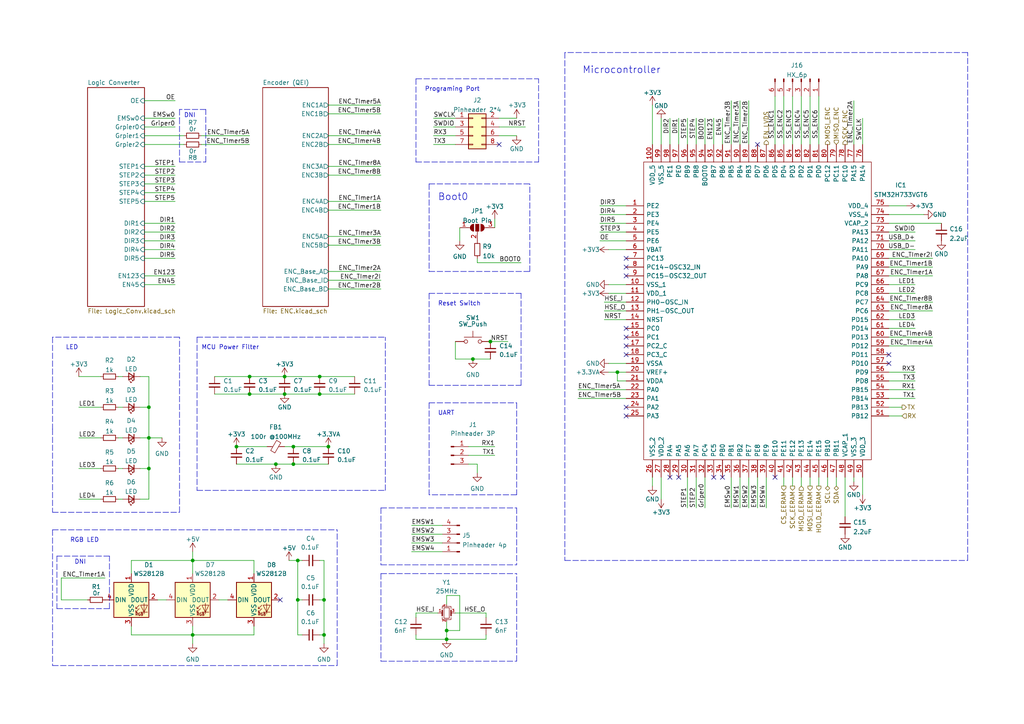
<source format=kicad_sch>
(kicad_sch (version 20211123) (generator eeschema)
  (paper "A4")
  (junction (at 93.98 173.99))
  (junction (at 137.16 104.14))
  (junction (at 129.54 185.42))
  (junction (at 80.01 134.62))
  (junction (at 68.58 129.54))
  (junction (at 55.88 162.56))
  (junction (at 92.71 114.3))
  (junction (at 55.88 184.15))
  (junction (at 86.36 173.99))
  (junction (at 43.18 127))
  (junction (at 93.98 184.15))
  (junction (at 43.18 135.89))
  (junction (at 82.55 114.3))
  (junction (at 85.09 129.54))
  (junction (at 43.18 118.11))
  (junction (at 86.36 162.56))
  (junction (at 72.39 114.3))
  (junction (at 92.71 109.22))
  (junction (at 142.24 99.06))
  (junction (at 85.09 134.62))
  (junction (at 129.54 182.88))
  (junction (at 95.25 129.54))
  (junction (at 179.07 107.95))
  (junction (at 72.39 109.22))
  (junction (at 82.55 109.22))
  (no_connect (at 209.55 138.43))
  (no_connect (at 207.01 138.43))
  (no_connect (at 219.71 41.91))
  (no_connect (at 181.61 118.11))
  (no_connect (at 181.61 120.65))
  (no_connect (at 81.28 173.99))
  (no_connect (at 181.61 95.25))
  (no_connect (at 181.61 97.79))
  (no_connect (at 181.61 74.93))
  (no_connect (at 181.61 80.01))
  (no_connect (at 181.61 77.47))
  (no_connect (at 181.61 100.33))
  (no_connect (at 181.61 102.87))
  (no_connect (at 224.79 138.43))
  (no_connect (at 196.85 138.43))
  (no_connect (at 194.31 138.43))
  (no_connect (at 144.78 41.91))
  (no_connect (at 257.81 102.87))
  (no_connect (at 257.81 105.41))
  (polyline (pts (xy 110.49 166.37) (xy 110.49 191.77)))
  (polyline (pts (xy 57.15 97.79) (xy 111.76 97.79)))
  (wire (pts (xy 140.97 177.8) (xy 140.97 179.07)))
  (wire (pts (xy 95.25 30.48) (xy 110.49 30.48)))
  (polyline (pts (xy 15.24 153.67) (xy 97.79 153.67)))
  (wire (pts (xy 257.81 107.95) (xy 265.43 107.95)))
  (wire (pts (xy 240.03 138.43) (xy 240.03 140.97)))
  (wire (pts (xy 72.39 109.22) (xy 82.55 109.22)))
  (polyline (pts (xy 59.69 46.99) (xy 59.69 31.75)))
  (wire (pts (xy 93.98 173.99) (xy 93.98 184.15)))
  (wire (pts (xy 179.07 110.49) (xy 181.61 110.49)))
  (polyline (pts (xy 57.15 142.24) (xy 111.76 142.24)))
  (polyline (pts (xy 280.67 162.56) (xy 280.67 15.24)))
  (wire (pts (xy 41.91 64.77) (xy 50.8 64.77)))
  (wire (pts (xy 41.91 50.8) (xy 50.8 50.8)))
  (wire (pts (xy 68.58 134.62) (xy 80.01 134.62)))
  (wire (pts (xy 199.39 34.29) (xy 199.39 41.91)))
  (wire (pts (xy 232.41 27.94) (xy 232.41 41.91)))
  (wire (pts (xy 95.25 68.58) (xy 110.49 68.58)))
  (wire (pts (xy 80.01 134.62) (xy 85.09 134.62)))
  (wire (pts (xy 34.29 144.78) (xy 35.56 144.78)))
  (wire (pts (xy 137.16 104.14) (xy 142.24 104.14)))
  (wire (pts (xy 133.35 182.88) (xy 129.54 182.88)))
  (wire (pts (xy 85.09 129.54) (xy 95.25 129.54)))
  (wire (pts (xy 189.23 138.43) (xy 189.23 140.97)))
  (wire (pts (xy 257.81 100.33) (xy 270.51 100.33)))
  (wire (pts (xy 242.57 138.43) (xy 242.57 140.97)))
  (wire (pts (xy 82.55 109.22) (xy 92.71 109.22)))
  (wire (pts (xy 43.18 109.22) (xy 43.18 118.11)))
  (wire (pts (xy 22.86 109.22) (xy 29.21 109.22)))
  (polyline (pts (xy 16.51 161.29) (xy 16.51 176.53)))
  (wire (pts (xy 257.81 69.85) (xy 265.43 69.85)))
  (wire (pts (xy 167.64 113.03) (xy 181.61 113.03)))
  (polyline (pts (xy 59.69 31.75) (xy 52.07 31.75)))
  (wire (pts (xy 41.91 34.29) (xy 50.8 34.29)))
  (wire (pts (xy 34.29 127) (xy 35.56 127)))
  (wire (pts (xy 43.18 135.89) (xy 43.18 144.78)))
  (wire (pts (xy 86.36 162.56) (xy 86.36 173.99)))
  (polyline (pts (xy 15.24 124.46) (xy 15.24 148.59)))
  (wire (pts (xy 43.18 127) (xy 43.18 135.89)))
  (wire (pts (xy 189.23 30.48) (xy 189.23 41.91)))
  (wire (pts (xy 135.89 129.54) (xy 143.51 129.54)))
  (polyline (pts (xy 149.86 143.51) (xy 124.46 143.51)))
  (wire (pts (xy 43.18 127) (xy 46.99 127)))
  (wire (pts (xy 173.99 64.77) (xy 181.61 64.77)))
  (wire (pts (xy 41.91 74.93) (xy 50.8 74.93)))
  (wire (pts (xy 194.31 34.29) (xy 194.31 41.91)))
  (wire (pts (xy 176.53 82.55) (xy 181.61 82.55)))
  (polyline (pts (xy 124.46 116.84) (xy 149.86 116.84)))
  (wire (pts (xy 237.49 138.43) (xy 237.49 140.97)))
  (wire (pts (xy 87.63 162.56) (xy 86.36 162.56)))
  (wire (pts (xy 132.08 104.14) (xy 137.16 104.14)))
  (wire (pts (xy 217.17 29.21) (xy 217.17 41.91)))
  (wire (pts (xy 125.73 41.91) (xy 132.08 41.91)))
  (wire (pts (xy 257.81 80.01) (xy 270.51 80.01)))
  (wire (pts (xy 43.18 118.11) (xy 43.18 127)))
  (polyline (pts (xy 124.46 85.09) (xy 124.46 111.76)))
  (wire (pts (xy 173.99 62.23) (xy 181.61 62.23)))
  (wire (pts (xy 34.29 135.89) (xy 35.56 135.89)))
  (wire (pts (xy 133.35 69.85) (xy 133.35 66.04)))
  (polyline (pts (xy 120.65 46.99) (xy 156.21 46.99)))
  (wire (pts (xy 234.95 138.43) (xy 234.95 140.97)))
  (wire (pts (xy 196.85 34.29) (xy 196.85 41.91)))
  (wire (pts (xy 257.81 92.71) (xy 265.43 92.71)))
  (wire (pts (xy 119.38 160.02) (xy 128.27 160.02)))
  (wire (pts (xy 257.81 77.47) (xy 270.51 77.47)))
  (polyline (pts (xy 111.76 142.24) (xy 111.76 97.79)))
  (wire (pts (xy 22.86 118.11) (xy 29.21 118.11)))
  (wire (pts (xy 17.78 173.99) (xy 25.4 173.99)))
  (wire (pts (xy 95.25 81.28) (xy 110.49 81.28)))
  (wire (pts (xy 41.91 29.21) (xy 50.8 29.21)))
  (wire (pts (xy 40.64 118.11) (xy 43.18 118.11)))
  (wire (pts (xy 95.25 60.96) (xy 110.49 60.96)))
  (wire (pts (xy 129.54 182.88) (xy 129.54 180.34)))
  (wire (pts (xy 58.42 41.91) (xy 72.39 41.91)))
  (wire (pts (xy 73.66 166.37) (xy 73.66 162.56)))
  (wire (pts (xy 62.23 109.22) (xy 72.39 109.22)))
  (wire (pts (xy 257.81 59.69) (xy 262.89 59.69)))
  (polyline (pts (xy 163.83 162.56) (xy 280.67 162.56)))
  (wire (pts (xy 95.25 48.26) (xy 110.49 48.26)))
  (wire (pts (xy 229.87 27.94) (xy 229.87 41.91)))
  (wire (pts (xy 93.98 186.69) (xy 93.98 184.15)))
  (wire (pts (xy 62.23 114.3) (xy 72.39 114.3)))
  (wire (pts (xy 257.81 82.55) (xy 265.43 82.55)))
  (wire (pts (xy 257.81 67.31) (xy 265.43 67.31)))
  (polyline (pts (xy 120.65 22.86) (xy 156.21 22.86)))
  (wire (pts (xy 179.07 107.95) (xy 181.61 107.95)))
  (wire (pts (xy 41.91 41.91) (xy 53.34 41.91)))
  (wire (pts (xy 38.1 181.61) (xy 38.1 184.15)))
  (wire (pts (xy 41.91 39.37) (xy 53.34 39.37)))
  (wire (pts (xy 247.65 138.43) (xy 247.65 139.7)))
  (wire (pts (xy 41.91 55.88) (xy 50.8 55.88)))
  (wire (pts (xy 132.08 99.06) (xy 132.08 104.14)))
  (wire (pts (xy 224.79 27.94) (xy 224.79 41.91)))
  (wire (pts (xy 40.64 135.89) (xy 43.18 135.89)))
  (wire (pts (xy 132.08 177.8) (xy 140.97 177.8)))
  (wire (pts (xy 95.25 39.37) (xy 110.49 39.37)))
  (wire (pts (xy 201.93 138.43) (xy 201.93 147.32)))
  (wire (pts (xy 17.78 167.64) (xy 17.78 173.99)))
  (wire (pts (xy 144.78 34.29) (xy 149.86 34.29)))
  (wire (pts (xy 257.81 97.79) (xy 270.51 97.79)))
  (polyline (pts (xy 120.65 22.86) (xy 120.65 46.99)))
  (polyline (pts (xy 280.67 15.24) (xy 163.83 15.24)))
  (wire (pts (xy 175.26 90.17) (xy 181.61 90.17)))
  (wire (pts (xy 179.07 107.95) (xy 179.07 110.49)))
  (wire (pts (xy 95.25 78.74) (xy 110.49 78.74)))
  (wire (pts (xy 173.99 69.85) (xy 181.61 69.85)))
  (polyline (pts (xy 124.46 53.34) (xy 153.67 53.34)))
  (wire (pts (xy 55.88 184.15) (xy 73.66 184.15)))
  (wire (pts (xy 95.25 41.91) (xy 110.49 41.91)))
  (polyline (pts (xy 31.75 161.29) (xy 16.51 161.29)))
  (wire (pts (xy 125.73 36.83) (xy 132.08 36.83)))
  (wire (pts (xy 34.29 109.22) (xy 35.56 109.22)))
  (wire (pts (xy 257.81 110.49) (xy 265.43 110.49)))
  (wire (pts (xy 83.82 162.56) (xy 86.36 162.56)))
  (polyline (pts (xy 52.07 97.79) (xy 15.24 97.79)))
  (wire (pts (xy 167.64 115.57) (xy 181.61 115.57)))
  (wire (pts (xy 227.33 138.43) (xy 227.33 140.97)))
  (wire (pts (xy 55.88 160.02) (xy 55.88 162.56)))
  (wire (pts (xy 232.41 138.43) (xy 232.41 140.97)))
  (wire (pts (xy 73.66 162.56) (xy 55.88 162.56)))
  (wire (pts (xy 93.98 184.15) (xy 92.71 184.15)))
  (wire (pts (xy 222.25 138.43) (xy 222.25 147.32)))
  (wire (pts (xy 82.55 114.3) (xy 92.71 114.3)))
  (wire (pts (xy 138.43 76.2) (xy 138.43 74.93)))
  (wire (pts (xy 250.19 34.29) (xy 250.19 41.91)))
  (wire (pts (xy 86.36 173.99) (xy 86.36 184.15)))
  (wire (pts (xy 176.53 85.09) (xy 181.61 85.09)))
  (wire (pts (xy 38.1 166.37) (xy 38.1 162.56)))
  (wire (pts (xy 41.91 69.85) (xy 50.8 69.85)))
  (wire (pts (xy 140.97 184.15) (xy 140.97 185.42)))
  (wire (pts (xy 257.81 95.25) (xy 265.43 95.25)))
  (polyline (pts (xy 163.83 15.24) (xy 163.83 162.56)))
  (polyline (pts (xy 31.75 176.53) (xy 29.21 176.53)))
  (polyline (pts (xy 15.24 193.04) (xy 97.79 193.04)))
  (wire (pts (xy 176.53 72.39) (xy 181.61 72.39)))
  (polyline (pts (xy 15.24 97.79) (xy 15.24 124.46)))
  (wire (pts (xy 227.33 27.94) (xy 227.33 41.91)))
  (wire (pts (xy 138.43 134.62) (xy 138.43 137.16)))
  (polyline (pts (xy 52.07 31.75) (xy 52.07 34.29)))
  (wire (pts (xy 22.86 135.89) (xy 29.21 135.89)))
  (wire (pts (xy 119.38 152.4) (xy 128.27 152.4)))
  (wire (pts (xy 55.88 181.61) (xy 55.88 184.15)))
  (wire (pts (xy 247.65 29.21) (xy 247.65 41.91)))
  (polyline (pts (xy 15.24 148.59) (xy 52.07 148.59)))
  (wire (pts (xy 41.91 36.83) (xy 50.8 36.83)))
  (wire (pts (xy 204.47 138.43) (xy 204.47 147.32)))
  (wire (pts (xy 55.88 184.15) (xy 55.88 186.69)))
  (wire (pts (xy 257.81 115.57) (xy 265.43 115.57)))
  (wire (pts (xy 229.87 138.43) (xy 229.87 140.97)))
  (polyline (pts (xy 57.15 97.79) (xy 57.15 142.24)))
  (wire (pts (xy 58.42 39.37) (xy 72.39 39.37)))
  (polyline (pts (xy 110.49 147.32) (xy 149.86 147.32)))
  (wire (pts (xy 135.89 134.62) (xy 138.43 134.62)))
  (wire (pts (xy 41.91 80.01) (xy 50.8 80.01)))
  (wire (pts (xy 191.77 138.43) (xy 191.77 144.78)))
  (wire (pts (xy 257.81 85.09) (xy 265.43 85.09)))
  (wire (pts (xy 135.89 132.08) (xy 143.51 132.08)))
  (polyline (pts (xy 156.21 46.99) (xy 156.21 22.86)))
  (polyline (pts (xy 16.51 176.53) (xy 29.21 176.53)))
  (wire (pts (xy 125.73 34.29) (xy 132.08 34.29)))
  (wire (pts (xy 92.71 114.3) (xy 102.87 114.3)))
  (wire (pts (xy 93.98 162.56) (xy 93.98 173.99)))
  (polyline (pts (xy 52.07 46.99) (xy 59.69 46.99)))
  (wire (pts (xy 45.72 173.99) (xy 48.26 173.99)))
  (wire (pts (xy 257.81 72.39) (xy 265.43 72.39)))
  (wire (pts (xy 144.78 36.83) (xy 152.4 36.83)))
  (wire (pts (xy 120.65 184.15) (xy 120.65 185.42)))
  (wire (pts (xy 212.09 29.21) (xy 212.09 41.91)))
  (wire (pts (xy 120.65 185.42) (xy 129.54 185.42)))
  (wire (pts (xy 257.81 74.93) (xy 270.51 74.93)))
  (wire (pts (xy 119.38 154.94) (xy 128.27 154.94)))
  (wire (pts (xy 217.17 138.43) (xy 217.17 147.32)))
  (polyline (pts (xy 124.46 111.76) (xy 151.13 111.76)))
  (wire (pts (xy 63.5 173.99) (xy 66.04 173.99)))
  (wire (pts (xy 175.26 87.63) (xy 181.61 87.63)))
  (wire (pts (xy 257.81 64.77) (xy 273.05 64.77)))
  (wire (pts (xy 41.91 67.31) (xy 50.8 67.31)))
  (wire (pts (xy 176.53 107.95) (xy 179.07 107.95)))
  (polyline (pts (xy 149.86 116.84) (xy 149.86 143.51)))
  (wire (pts (xy 41.91 82.55) (xy 50.8 82.55)))
  (wire (pts (xy 237.49 27.94) (xy 237.49 41.91)))
  (wire (pts (xy 175.26 92.71) (xy 181.61 92.71)))
  (wire (pts (xy 257.81 62.23) (xy 267.97 62.23)))
  (wire (pts (xy 119.38 157.48) (xy 128.27 157.48)))
  (wire (pts (xy 93.98 173.99) (xy 92.71 173.99)))
  (wire (pts (xy 142.24 99.06) (xy 147.32 99.06)))
  (wire (pts (xy 214.63 29.21) (xy 214.63 41.91)))
  (wire (pts (xy 92.71 162.56) (xy 93.98 162.56)))
  (wire (pts (xy 257.81 87.63) (xy 270.51 87.63)))
  (wire (pts (xy 207.01 34.29) (xy 207.01 41.91)))
  (wire (pts (xy 143.51 66.04) (xy 143.51 63.5)))
  (wire (pts (xy 257.81 120.65) (xy 261.62 120.65)))
  (wire (pts (xy 245.11 138.43) (xy 245.11 149.86)))
  (wire (pts (xy 95.25 71.12) (xy 110.49 71.12)))
  (wire (pts (xy 41.91 53.34) (xy 50.8 53.34)))
  (wire (pts (xy 234.95 27.94) (xy 234.95 41.91)))
  (wire (pts (xy 82.55 129.54) (xy 85.09 129.54)))
  (wire (pts (xy 40.64 109.22) (xy 43.18 109.22)))
  (wire (pts (xy 22.86 144.78) (xy 29.21 144.78)))
  (wire (pts (xy 55.88 162.56) (xy 55.88 166.37)))
  (polyline (pts (xy 15.24 153.67) (xy 15.24 193.04)))
  (wire (pts (xy 204.47 34.29) (xy 204.47 41.91)))
  (wire (pts (xy 144.78 39.37) (xy 149.86 39.37)))
  (wire (pts (xy 95.25 50.8) (xy 110.49 50.8)))
  (wire (pts (xy 201.93 34.29) (xy 201.93 41.91)))
  (wire (pts (xy 73.66 184.15) (xy 73.66 181.61)))
  (wire (pts (xy 95.25 58.42) (xy 110.49 58.42)))
  (wire (pts (xy 86.36 184.15) (xy 87.63 184.15)))
  (polyline (pts (xy 52.07 34.29) (xy 52.07 46.99)))
  (wire (pts (xy 85.09 134.62) (xy 95.25 134.62)))
  (wire (pts (xy 125.73 39.37) (xy 132.08 39.37)))
  (wire (pts (xy 129.54 182.88) (xy 129.54 185.42)))
  (wire (pts (xy 191.77 34.29) (xy 191.77 41.91)))
  (polyline (pts (xy 31.75 176.53) (xy 31.75 161.29)))
  (polyline (pts (xy 124.46 78.74) (xy 153.67 78.74)))
  (wire (pts (xy 38.1 184.15) (xy 55.88 184.15)))
  (wire (pts (xy 30.48 167.64) (xy 17.78 167.64)))
  (wire (pts (xy 219.71 138.43) (xy 219.71 147.32)))
  (wire (pts (xy 34.29 118.11) (xy 35.56 118.11)))
  (wire (pts (xy 120.65 177.8) (xy 120.65 179.07)))
  (wire (pts (xy 257.81 90.17) (xy 270.51 90.17)))
  (wire (pts (xy 176.53 105.41) (xy 181.61 105.41)))
  (polyline (pts (xy 124.46 85.09) (xy 151.13 85.09)))
  (wire (pts (xy 173.99 67.31) (xy 181.61 67.31)))
  (polyline (pts (xy 52.07 148.59) (xy 52.07 97.79)))
  (polyline (pts (xy 124.46 116.84) (xy 124.46 143.51)))
  (wire (pts (xy 72.39 114.3) (xy 82.55 114.3)))
  (polyline (pts (xy 153.67 78.74) (xy 153.67 53.34)))
  (wire (pts (xy 41.91 48.26) (xy 50.8 48.26)))
  (wire (pts (xy 22.86 127) (xy 29.21 127)))
  (polyline (pts (xy 110.49 191.77) (xy 149.86 191.77)))
  (polyline (pts (xy 110.49 166.37) (xy 149.86 166.37)))
  (wire (pts (xy 173.99 59.69) (xy 181.61 59.69)))
  (wire (pts (xy 120.65 177.8) (xy 127 177.8)))
  (wire (pts (xy 92.71 109.22) (xy 102.87 109.22)))
  (wire (pts (xy 133.35 172.72) (xy 133.35 182.88)))
  (wire (pts (xy 250.19 138.43) (xy 250.19 143.51)))
  (wire (pts (xy 129.54 172.72) (xy 133.35 172.72)))
  (wire (pts (xy 209.55 34.29) (xy 209.55 41.91)))
  (wire (pts (xy 41.91 72.39) (xy 50.8 72.39)))
  (wire (pts (xy 129.54 175.26) (xy 129.54 172.72)))
  (wire (pts (xy 199.39 138.43) (xy 199.39 147.32)))
  (polyline (pts (xy 149.86 191.77) (xy 149.86 166.37)))
  (wire (pts (xy 95.25 33.02) (xy 110.49 33.02)))
  (wire (pts (xy 38.1 162.56) (xy 55.88 162.56)))
  (wire (pts (xy 140.97 185.42) (xy 129.54 185.42)))
  (wire (pts (xy 214.63 138.43) (xy 214.63 147.32)))
  (wire (pts (xy 86.36 173.99) (xy 87.63 173.99)))
  (polyline (pts (xy 110.49 163.83) (xy 149.86 163.83)))
  (polyline (pts (xy 97.79 193.04) (xy 97.79 153.67)))
  (wire (pts (xy 41.91 58.42) (xy 50.8 58.42)))
  (wire (pts (xy 68.58 129.54) (xy 77.47 129.54)))
  (polyline (pts (xy 149.86 147.32) (xy 149.86 163.83)))
  (wire (pts (xy 40.64 127) (xy 43.18 127)))
  (wire (pts (xy 212.09 138.43) (xy 212.09 147.32)))
  (polyline (pts (xy 110.49 147.32) (xy 110.49 163.83)))
  (wire (pts (xy 257.81 113.03) (xy 265.43 113.03)))
  (polyline (pts (xy 124.46 53.34) (xy 124.46 78.74)))
  (wire (pts (xy 151.13 76.2) (xy 138.43 76.2)))
  (wire (pts (xy 43.18 144.78) (xy 40.64 144.78)))
  (wire (pts (xy 95.25 83.82) (xy 110.49 83.82)))
  (polyline (pts (xy 151.13 111.76) (xy 151.13 85.09)))
  (wire (pts (xy 257.81 118.11) (xy 261.62 118.11)))
  (text "LED" (at 19.05 101.6 0) (effects (font (size 1.27 1.27)) (justify left bottom)))
  (text "Reset Switch" (at 127 88.9 0) (effects (font (size 1.27 1.27)) (justify left bottom)))
  (text "DNI" (at 21.59 163.83 0) (effects (font (size 1.27 1.27)) (justify left bottom)))
  (text "DNI" (at 53.34 34.29 0) (effects (font (size 1.27 1.27)) (justify left bottom)))
  (text "RGB LED" (at 20.32 157.48 0) (effects (font (size 1.27 1.27)) (justify left bottom)))
  (text "Boot0" (at 127 58.42 0) (effects (font (size 2 2)) (justify left bottom)))
  (text "Programing Port" (at 123.19 26.67 0) (effects (font (size 1.27 1.27)) (justify left bottom)))
  (text "UART" (at 127 120.65 0) (effects (font (size 1.27 1.27)) (justify left bottom)))
  (text "Microcontroller" (at 168.91 21.59 0) (effects (font (size 2 2)) (justify left bottom)))
  (text "MCU Power Filter" (at 58.42 101.6 0) (effects (font (size 1.27 1.27)) (justify left bottom)))
  (label "DIR3" (at 173.99 59.69 0))
  (label "STEP1" (at 199.39 147.32 90))
  (label "RX3" (at 125.73 39.37 0))
  (label "STEP5" (at 199.39 34.29 270))
  (label "LED1" (at 265.43 82.55 180))
  (label "STEP3" (at 173.99 67.31 0))
  (label "EMSW2" (at 217.17 147.32 90))
  (label "STEP1" (at 50.8 48.26 180))
  (label "DIR2" (at 194.31 34.29 270))
  (label "Griper0" (at 204.47 147.32 90))
  (label "NRST" (at 175.26 92.71 0))
  (label "ENC_TImer5B" (at 110.49 33.02 180))
  (label "ENC_TImer3B" (at 110.49 71.12 180))
  (label "HSE_I" (at 175.26 87.63 0))
  (label "ENC_TImer5A" (at 167.64 113.03 0))
  (label "NRST" (at 152.4 36.83 180))
  (label "USB_D+" (at 265.43 69.85 180))
  (label "SWCLK" (at 250.19 34.29 270))
  (label "LED2" (at 265.43 85.09 180))
  (label "LED4" (at 265.43 95.25 180))
  (label "OE" (at 173.99 69.85 0))
  (label "STEP4" (at 201.93 34.29 270))
  (label "EMSW4" (at 119.38 160.02 0))
  (label "EN45" (at 50.8 82.55 180))
  (label "RX3" (at 265.43 107.95 180))
  (label "EMSW1" (at 214.63 147.32 90))
  (label "STEP5" (at 50.8 58.42 180))
  (label "Griper0" (at 50.8 36.83 180))
  (label "USB_D-" (at 265.43 72.39 180))
  (label "EMSW1" (at 119.38 152.4 0))
  (label "ENC_TImer5A" (at 110.49 30.48 180))
  (label "ENC_TImer2B" (at 217.17 29.21 270))
  (label "DIR3" (at 50.8 69.85 180))
  (label "ENC_TImer1A" (at 30.48 167.64 180))
  (label "EMSw0" (at 50.8 34.29 180))
  (label "SS_ENC4" (at 232.41 31.75 270))
  (label "TX1" (at 265.43 115.57 180))
  (label "ENC_TImer4B" (at 110.49 41.91 180))
  (label "ENC_TImer2I" (at 110.49 81.28 180))
  (label "NRST" (at 147.32 99.06 180))
  (label "DIR2" (at 50.8 67.31 180))
  (label "ENC_TImer1B" (at 270.51 77.47 180))
  (label "STEP2" (at 50.8 50.8 180))
  (label "ENC_TImer1A" (at 270.51 80.01 180))
  (label "LED2" (at 22.86 127 0))
  (label "RX1" (at 143.51 129.54 180))
  (label "DIR5" (at 173.99 64.77 0))
  (label "ENC_TImer8B" (at 270.51 87.63 180))
  (label "ENC_TImer5B" (at 72.39 41.91 180))
  (label "ENC_TImer1B" (at 110.49 60.96 180))
  (label "ENC_TImer2A" (at 110.49 78.74 180))
  (label "EN123" (at 50.8 80.01 180))
  (label "ENC_TImer4A" (at 110.49 39.37 180))
  (label "ENC_TImer2I" (at 270.51 74.93 180))
  (label "SWCLK" (at 125.73 34.29 0))
  (label "EMSW2" (at 119.38 154.94 0))
  (label "LED1" (at 22.86 118.11 0))
  (label "ENC_TImer1A" (at 110.49 58.42 180))
  (label "ENC_TImer3B" (at 212.09 29.21 270))
  (label "STEP2" (at 201.93 147.32 90))
  (label "LED4" (at 22.86 144.78 0))
  (label "ENC_TImer8B" (at 110.49 50.8 180))
  (label "DIR1" (at 50.8 64.77 180))
  (label "SWDIO" (at 265.43 67.31 180))
  (label "DIR4" (at 50.8 72.39 180))
  (label "ENC_TImer3A" (at 214.63 29.21 270))
  (label "HSE_I" (at 120.65 177.8 0))
  (label "HSE_O" (at 134.62 177.8 0))
  (label "SS_ENC1" (at 224.79 31.75 270))
  (label "EN45" (at 209.55 34.29 270))
  (label "DIR1" (at 196.85 34.29 270))
  (label "DIR5" (at 50.8 74.93 180))
  (label "EMSw0" (at 212.09 147.32 90))
  (label "EMSW4" (at 222.25 147.32 90))
  (label "STEP4" (at 50.8 55.88 180))
  (label "SS_ENC5" (at 234.95 31.75 270))
  (label "ENC_TImer4A" (at 270.51 100.33 180))
  (label "HSE_O" (at 175.26 90.17 0))
  (label "SWDIO" (at 125.73 36.83 0))
  (label "ENC_TImer8A" (at 110.49 48.26 180))
  (label "ENC_TImer3A" (at 110.49 68.58 180))
  (label "DIR4" (at 173.99 62.23 0))
  (label "EMSW3" (at 119.38 157.48 0))
  (label "OE" (at 50.8 29.21 180))
  (label "RX1" (at 265.43 113.03 180))
  (label "BOOT0" (at 204.47 34.29 270))
  (label "LED3" (at 22.86 135.89 0))
  (label "ENC_TImer2B" (at 110.49 83.82 180))
  (label "ENC_TImer2A" (at 247.65 29.21 270))
  (label "EN123" (at 207.01 34.29 270))
  (label "TX3" (at 125.73 41.91 0))
  (label "ENC_TImer5A" (at 72.39 39.37 180))
  (label "TX1" (at 143.51 132.08 180))
  (label "SS_ENC6" (at 237.49 31.75 270))
  (label "BOOT0" (at 151.13 76.2 180))
  (label "TX3" (at 265.43 110.49 180))
  (label "SS_ENC3" (at 229.87 31.75 270))
  (label "ENC_TImer5B" (at 167.64 115.57 0))
  (label "ENC_TImer4B" (at 270.51 97.79 180))
  (label "STEP3" (at 50.8 53.34 180))
  (label "LED3" (at 265.43 92.71 180))
  (label "EMSW3" (at 219.71 147.32 90))
  (label "ENC_TImer8A" (at 270.51 90.17 180))
  (label "SS_ENC2" (at 227.33 31.75 270))
  (hierarchical_label "MOSI_EERAM" (shape output) (at 234.95 140.97 270))
  (hierarchical_label "MISO_EERAM" (shape input) (at 232.41 140.97 270))
  (hierarchical_label "RX" (shape input) (at 261.62 120.65 0))
  (hierarchical_label "MOSI_ENC" (shape output) (at 240.03 41.91 90))
  (hierarchical_label "SCL" (shape bidirectional) (at 240.03 140.97 270))
  (hierarchical_label "EN_LVDS" (shape output) (at 222.25 41.91 90))
  (hierarchical_label "TX" (shape output) (at 261.62 118.11 0))
  (hierarchical_label "SCK_ENC" (shape output) (at 245.11 41.91 90))
  (hierarchical_label "HOLD_EERAM" (shape output) (at 237.49 140.97 270))
  (hierarchical_label "SDA" (shape bidirectional) (at 242.57 140.97 270))
  (hierarchical_label "CS_EERAM" (shape output) (at 227.33 140.97 270))
  (hierarchical_label "SCK_EERAM" (shape output) (at 229.87 140.97 270))
  (hierarchical_label "MISO_ENC" (shape input) (at 242.57 41.91 90))
  (symbol (lib_id "power:GND") (at 176.53 105.41 270) (unit 1)
    (property "Reference" "#PWR023" (effects hide))
    (property "Value" "GND" (at 173.99 105.41 90) (effects (justify right)))
  )
  (symbol (lib_id "Device:R_Small") (at 31.75 109.22 90) (unit 1)
    (property "Reference" "R2" (at 31.75 104.5169 90))
    (property "Value" "1k" (at 31.75 107.292 90))
    (property "Footprint" "Resistor_SMD:R_0603_1608Metric_Pad0.98x0.95mm_HandSolder" (effects hide))
  )
  (symbol (lib_id "Device:R_Small") (at 31.75 144.78 90) (unit 1)
    (property "Reference" "R6" (at 31.75 140.0769 90))
    (property "Value" "1k" (at 31.75 142.852 90))
    (property "Footprint" "Resistor_SMD:R_0603_1608Metric_Pad0.98x0.95mm_HandSolder" (effects hide))
  )
  (symbol (lib_id "power:+3.3V") (at 149.86 34.29 0) (unit 1)
    (property "Reference" "#PWR018" (effects hide))
    (property "Value" "+3.3V" (at 147.32 30.48 0) (effects (justify left)))
  )
  (symbol (lib_id "power:+5V") (at 83.82 162.56 0) (unit 1)
    (property "Reference" "#PWR07" (effects hide))
    (property "Value" "+5V" (at 83.82 158.9555 0))
  )
  (symbol (lib_id "Device:C_Small") (at 95.25 132.08 0) (unit 1)
    (property "Reference" "C10" (at 97.79 130.81 0) (effects (justify left)))
    (property "Value" "0.1uF" (at 97.79 133.35 0) (effects (justify left)))
    (property "Footprint" "Capacitor_SMD:C_0603_1608Metric_Pad1.08x0.95mm_HandSolder" (effects hide))
  )
  (symbol (lib_id "Device:LED_Small") (at 38.1 118.11 180) (unit 1)
    (property "Reference" "D3" (at 38.0365 113.1275 0))
    (property "Value" "LED" (at 38.0365 115.9026 0))
    (property "Footprint" "LED_SMD:LED_0603_1608Metric_Pad1.05x0.95mm_HandSolder" (effects hide))
  )
  (symbol (lib_id "power:GND") (at 46.99 127 0) (unit 1)
    (property "Reference" "#PWR05" (effects hide))
    (property "Value" "GND" (at 46.99 131.5625 0))
  )
  (symbol (lib_id "power:GND") (at 129.54 185.42 0) (unit 1)
    (property "Reference" "#PWR013" (effects hide))
    (property "Value" "GND" (at 129.54 189.9825 0))
  )
  (symbol (lib_id "Device:C_Small") (at 120.65 181.61 0) (unit 1)
    (property "Reference" "C12" (at 114.3 180.34 0) (effects (justify left)))
    (property "Value" "6nF" (at 114.3 182.88 0) (effects (justify left)))
    (property "Footprint" "Capacitor_SMD:C_0603_1608Metric_Pad1.08x0.95mm_HandSolder" (effects hide))
  )
  (symbol (lib_id "power:GND") (at 191.77 34.29 180) (unit 1)
    (property "Reference" "#PWR027" (effects hide))
    (property "Value" "GND" (at 191.77 30.6855 0))
  )
  (symbol (lib_id "power:+3.3V") (at 189.23 30.48 0) (unit 1)
    (property "Reference" "#PWR025" (effects hide))
    (property "Value" "+3.3V" (at 189.23 26.8755 0))
  )
  (symbol (lib_id "STM32H733VGT6:STM32H733VGT6") (at 181.61 59.69 0) (unit 1)
    (property "Reference" "IC1" (at 261.2918 53.7167 0))
    (property "Value" "STM32H733VGT6" (at 261.2918 56.4918 0))
    (property "Footprint" "library:QFP50P1600X1600X160-100N" (effects hide))
    (property "Datasheet" "https://www.st.com/resource/en/datasheet/stm32h733vg.pdf" (effects hide))
    (property "Description" "ARM Microcontrollers - MCU High-performance DSP Arm Cortex-M7 1 MByte Flash 564Kbytes RAM 550 MHz CPU" (effects hide))
    (property "Height" "1.6" (effects hide))
    (property "Manufacturer_Name" "STMicroelectronics" (effects hide))
    (property "Manufacturer_Part_Number" "STM32H733VGT6" (effects hide))
    (property "Mouser Part Number" "511-STM32H733VGT6" (effects hide))
    (property "Mouser Price/Stock" "https://www.mouser.co.uk/ProductDetail/STMicroelectronics/STM32H733VGT6?qs=sPbYRqrBIVnriKF6NiV75Q%3D%3D" (effects hide))
    (property "Arrow Part Number" "STM32H733VGT6" (effects hide))
    (property "Arrow Price/Stock" "https://www.arrow.com/en/products/stm32h733vgt6/stmicroelectronics?region=nac" (effects hide))
  )
  (symbol (lib_id "power:GND") (at 80.01 134.62 0) (unit 1)
    (property "Reference" "#PWR08" (effects hide))
    (property "Value" "GND" (at 80.01 138.43 0))
  )
  (symbol (lib_id "Device:R_Small") (at 55.88 39.37 90) (unit 1)
    (property "Reference" "R7" (at 55.88 35.56 90))
    (property "Value" "0r" (at 55.88 37.442 90))
    (property "Footprint" "Resistor_SMD:R_0603_1608Metric_Pad0.98x0.95mm_HandSolder" (effects hide))
  )
  (symbol (lib_id "power:GND") (at 176.53 82.55 270) (unit 1)
    (property "Reference" "#PWR021" (effects hide))
    (property "Value" "GND" (at 173.99 82.55 90) (effects (justify right)))
  )
  (symbol (lib_id "power:GND") (at 137.16 104.14 0) (unit 1)
    (property "Reference" "#PWR015" (effects hide))
    (property "Value" "GND" (at 137.16 108.7025 0))
  )
  (symbol (lib_id "power:GND") (at 138.43 137.16 0) (unit 1)
    (property "Reference" "#PWR016" (effects hide))
    (property "Value" "GND" (at 138.43 141.7225 0))
  )
  (symbol (lib_id "Device:C_Small") (at 142.24 101.6 0) (unit 1)
    (property "Reference" "C14" (at 144.78 100.33 0) (effects (justify left)))
    (property "Value" "0.1uF" (at 144.78 102.87 0) (effects (justify left)))
    (property "Footprint" "Capacitor_SMD:C_0603_1608Metric_Pad1.08x0.95mm_HandSolder" (effects hide))
  )
  (symbol (lib_id "Device:C_Small") (at 90.17 162.56 90) (unit 1)
    (property "Reference" "C4" (at 91.44 156.21 90) (effects (justify left)))
    (property "Value" "0.1uF" (at 92.71 158.75 90) (effects (justify left)))
    (property "Footprint" "Capacitor_SMD:C_0603_1608Metric_Pad1.08x0.95mm_HandSolder" (effects hide))
  )
  (symbol (lib_id "Device:R_Small") (at 31.75 118.11 90) (unit 1)
    (property "Reference" "R3" (at 31.75 113.4069 90))
    (property "Value" "1k" (at 31.75 116.182 90))
    (property "Footprint" "Resistor_SMD:R_0603_1608Metric_Pad0.98x0.95mm_HandSolder" (effects hide))
  )
  (symbol (lib_id "Device:FerriteBead_Small") (at 80.01 129.54 90) (unit 1)
    (property "Reference" "FB1" (at 79.9719 123.8717 90))
    (property "Value" "100r @100MHz" (at 79.9719 126.6468 90))
    (property "Footprint" "Inductor_SMD:L_0603_1608Metric_Pad1.05x0.95mm_HandSolder" (effects hide))
  )
  (symbol (lib_id "power:GND") (at 82.55 114.3 0) (unit 1)
    (property "Reference" "#PWR010" (effects hide))
    (property "Value" "GND" (at 82.55 118.11 0))
  )
  (symbol (lib_id "power:GND") (at 247.65 139.7 0) (unit 1)
    (property "Reference" "#PWR030" (effects hide))
    (property "Value" "GND" (at 247.65 143.51 0))
  )
  (symbol (lib_id "Device:LED_Small") (at 38.1 144.78 180) (unit 1)
    (property "Reference" "D6" (at 38.0365 139.7975 0))
    (property "Value" "LED" (at 38.0365 142.5726 0))
    (property "Footprint" "LED_SMD:LED_0603_1608Metric_Pad1.05x0.95mm_HandSolder" (effects hide))
  )
  (symbol (lib_id "power:+3.3VA") (at 95.25 129.54 0) (unit 1)
    (property "Reference" "#PWR012" (effects hide))
    (property "Value" "+3.3VA" (at 95.25 125.9355 0))
  )
  (symbol (lib_id "Device:R_Small") (at 31.75 135.89 90) (unit 1)
    (property "Reference" "R5" (at 31.75 131.1869 90))
    (property "Value" "1k" (at 31.75 133.962 90))
    (property "Footprint" "Resistor_SMD:R_0603_1608Metric_Pad0.98x0.95mm_HandSolder" (effects hide))
  )
  (symbol (lib_id "Device:LED_Small") (at 38.1 135.89 180) (unit 1)
    (property "Reference" "D5" (at 38.0365 130.9075 0))
    (property "Value" "LED" (at 38.0365 133.6826 0))
    (property "Footprint" "LED_SMD:LED_0603_1608Metric_Pad1.05x0.95mm_HandSolder" (effects hide))
  )
  (symbol (lib_id "Device:R_Small") (at 138.43 72.39 0) (unit 1)
    (property "Reference" "R9" (at 139.9286 71.4815 0) (effects (justify left)))
    (property "Value" "10k" (at 139.9286 74.2566 0) (effects (justify left)))
    (property "Footprint" "Resistor_SMD:R_0603_1608Metric_Pad0.98x0.95mm_HandSolder" (effects hide))
  )
  (symbol (lib_id "Device:C_Small") (at 82.55 111.76 0) (unit 1)
    (property "Reference" "C7" (at 85.09 110.49 0) (effects (justify left)))
    (property "Value" "0.1uF" (at 85.09 113.03 0) (effects (justify left)))
    (property "Footprint" "Capacitor_SMD:C_0603_1608Metric_Pad1.08x0.95mm_HandSolder" (effects hide))
  )
  (symbol (lib_id "power:+3.3V") (at 262.89 59.69 270) (unit 1)
    (property "Reference" "#PWR032" (effects hide))
    (property "Value" "+3.3V" (at 265.43 59.69 90) (effects (justify left)))
  )
  (symbol (lib_id "Device:C_Small") (at 245.11 152.4 0) (unit 1)
    (property "Reference" "C15" (at 247.4341 151.4978 0) (effects (justify left)))
    (property "Value" "2.2uF" (at 247.4341 154.2729 0) (effects (justify left)))
    (property "Footprint" "Capacitor_SMD:C_0603_1608Metric_Pad1.08x0.95mm_HandSolder" (effects hide))
  )
  (symbol (lib_id "power:GND") (at 133.35 69.85 0) (unit 1)
    (property "Reference" "#PWR014" (effects hide))
    (property "Value" "GND" (at 133.35 74.4125 0))
  )
  (symbol (lib_id "power:+3.3V") (at 191.77 144.78 180) (unit 1)
    (property "Reference" "#PWR028" (effects hide))
    (property "Value" "+3.3V" (at 191.77 148.59 0))
  )
  (symbol (lib_id "power:+3.3V") (at 176.53 85.09 90) (unit 1)
    (property "Reference" "#PWR022" (effects hide))
    (property "Value" "+3.3V" (at 173.99 85.09 90) (effects (justify left)))
  )
  (symbol (lib_id "Device:C_Small") (at 140.97 181.61 0) (unit 1)
    (property "Reference" "C13" (at 143.51 180.34 0) (effects (justify left)))
    (property "Value" "6nF" (at 143.51 182.88 0) (effects (justify left)))
    (property "Footprint" "Capacitor_SMD:C_0603_1608Metric_Pad1.08x0.95mm_HandSolder" (effects hide))
  )
  (symbol (lib_id "Device:C_Small") (at 68.58 132.08 0) (unit 1)
    (property "Reference" "C2" (at 71.12 130.81 0) (effects (justify left)))
    (property "Value" "0.1uF" (at 71.12 133.35 0) (effects (justify left)))
    (property "Footprint" "Capacitor_SMD:C_0603_1608Metric_Pad1.08x0.95mm_HandSolder" (effects hide))
  )
  (symbol (lib_id "Device:C_Small") (at 92.71 111.76 0) (unit 1)
    (property "Reference" "C9" (at 95.25 110.49 0) (effects (justify left)))
    (property "Value" "0.1uF" (at 95.25 113.03 0) (effects (justify left)))
    (property "Footprint" "Capacitor_SMD:C_0603_1608Metric_Pad1.08x0.95mm_HandSolder" (effects hide))
  )
  (symbol (lib_id "power:+3.3V") (at 143.51 63.5 0) (unit 1)
    (property "Reference" "#PWR017" (effects hide))
    (property "Value" "+3.3V" (at 143.51 59.8955 0))
  )
  (symbol (lib_id "Device:C_Small") (at 90.17 184.15 90) (unit 1)
    (property "Reference" "C6" (at 91.44 177.8 90) (effects (justify left)))
    (property "Value" "0.1uF" (at 92.71 180.34 90) (effects (justify left)))
    (property "Footprint" "Capacitor_SMD:C_0603_1608Metric_Pad1.08x0.95mm_HandSolder" (effects hide))
  )
  (symbol (lib_id "Device:Crystal_GND24_Small") (at 129.54 177.8 0) (unit 1)
    (property "Reference" "Y1" (at 129.54 168.91 0))
    (property "Value" "25MHz" (at 129.54 171.45 0))
    (property "Footprint" "Crystal:Crystal_SMD_SeikoEpson_FA238-4Pin_3.2x2.5mm" (effects hide))
  )
  (symbol (lib_id "LED:WS2812B") (at 73.66 173.99 0) (unit 1)
    (property "Reference" "D8" (at 78.74 163.83 0))
    (property "Value" "WS2812B" (at 78.74 166.37 0))
    (property "Footprint" "LED_SMD:LED_WS2812B_PLCC4_5.0x5.0mm_P3.2mm" (effects hide))
    (property "Datasheet" "https://cdn-shop.adafruit.com/datasheets/WS2812B.pdf" (effects hide))
  )
  (symbol (lib_id "Device:R_Small") (at 27.94 173.99 90) (unit 1)
    (property "Reference" "R1" (at 27.94 170.18 90))
    (property "Value" "0r" (at 27.94 172.062 90))
    (property "Footprint" "Resistor_SMD:R_0603_1608Metric_Pad0.98x0.95mm_HandSolder" (effects hide))
  )
  (symbol (lib_id "Device:C_Small") (at 90.17 173.99 90) (unit 1)
    (property "Reference" "C5" (at 91.44 167.64 90) (effects (justify left)))
    (property "Value" "0.1uF" (at 92.71 170.18 90) (effects (justify left)))
    (property "Footprint" "Capacitor_SMD:C_0603_1608Metric_Pad1.08x0.95mm_HandSolder" (effects hide))
  )
  (symbol (lib_id "LED:WS2812B") (at 55.88 173.99 0) (unit 1)
    (property "Reference" "D7" (at 60.96 163.83 0))
    (property "Value" "WS2812B" (at 60.96 166.37 0))
    (property "Footprint" "LED_SMD:LED_WS2812B_PLCC4_5.0x5.0mm_P3.2mm" (effects hide))
    (property "Datasheet" "https://cdn-shop.adafruit.com/datasheets/WS2812B.pdf" (effects hide))
  )
  (symbol (lib_id "Connector:Conn_01x06_Male") (at 232.41 22.86 270) (unit 1)
    (property "Reference" "J16" (at 231.14 18.9443 90))
    (property "Value" "HX_6p" (at 231.14 21.7194 90))
    (property "Footprint" "Connector_JST:JST_XH_B6B-XH-A_1x06_P2.50mm_Vertical" (effects hide))
  )
  (symbol (lib_id "Device:R_Small") (at 55.88 41.91 270) (unit 1)
    (property "Reference" "R8" (at 55.88 45.72 90))
    (property "Value" "0r" (at 55.88 43.838 90))
    (property "Footprint" "Resistor_SMD:R_0603_1608Metric_Pad0.98x0.95mm_HandSolder" (effects hide))
  )
  (symbol (lib_id "power:+5V") (at 55.88 160.02 0) (unit 1)
    (property "Reference" "#PWR03" (effects hide))
    (property "Value" "+5V" (at 55.88 156.4155 0))
  )
  (symbol (lib_id "Switch:SW_Push") (at 137.16 99.06 0) (unit 1)
    (property "Reference" "SW1" (at 137.16 92.1725 0))
    (property "Value" "SW_Push" (at 137.16 93.98 0))
    (property "Footprint" "Button_Switch_SMD:SW_SPST_CK_RS282G05A3" (effects hide))
  )
  (symbol (lib_id "power:+3.3V") (at 176.53 72.39 90) (unit 1)
    (property "Reference" "#PWR020" (effects hide))
    (property "Value" "+3.3V" (at 173.99 72.39 90) (effects (justify left)))
  )
  (symbol (lib_id "power:+3.3VA") (at 176.53 107.95 90) (unit 1)
    (property "Reference" "#PWR024" (effects hide))
    (property "Value" "+3.3VA" (at 173.99 107.95 90) (effects (justify left)))
  )
  (symbol (lib_id "Device:C_Small") (at 273.05 67.31 0) (unit 1)
    (property "Reference" "C16" (at 275.3741 66.4078 0) (effects (justify left)))
    (property "Value" "2.2uF" (at 275.3741 69.1829 0) (effects (justify left)))
    (property "Footprint" "Capacitor_SMD:C_0603_1608Metric_Pad1.08x0.95mm_HandSolder" (effects hide))
  )
  (symbol (lib_id "power:+3.3V") (at 250.19 143.51 180) (unit 1)
    (property "Reference" "#PWR031" (effects hide))
    (property "Value" "+3.3V" (at 250.19 147.32 0))
  )
  (symbol (lib_id "Connector_Generic:Conn_02x04_Odd_Even") (at 137.16 36.83 0) (unit 1)
    (property "Reference" "J2" (at 138.43 29.0535 0))
    (property "Value" "Pinheader 2*4" (at 138.43 31.8286 0))
    (property "Footprint" "Connector_PinHeader_2.54mm:PinHeader_2x04_P2.54mm_Vertical" (effects hide))
  )
  (symbol (lib_id "Device:C_Small") (at 102.87 111.76 0) (unit 1)
    (property "Reference" "C11" (at 105.41 110.49 0) (effects (justify left)))
    (property "Value" "0.1uF" (at 105.41 113.03 0) (effects (justify left)))
    (property "Footprint" "Capacitor_SMD:C_0603_1608Metric_Pad1.08x0.95mm_HandSolder" (effects hide))
  )
  (symbol (lib_id "power:+3.3V") (at 82.55 109.22 0) (unit 1)
    (property "Reference" "#PWR09" (effects hide))
    (property "Value" "+3.3V" (at 82.55 105.6155 0))
  )
  (symbol (lib_id "Device:C_Small") (at 85.09 132.08 0) (unit 1)
    (property "Reference" "C8" (at 87.63 130.81 0) (effects (justify left)))
    (property "Value" "0.1uF" (at 87.63 133.35 0) (effects (justify left)))
    (property "Footprint" "Capacitor_SMD:C_0603_1608Metric_Pad1.08x0.95mm_HandSolder" (effects hide))
  )
  (symbol (lib_id "LED:WS2812B") (at 38.1 173.99 0) (unit 1)
    (property "Reference" "D1" (at 43.18 163.83 0))
    (property "Value" "WS2812B" (at 43.18 166.37 0))
    (property "Footprint" "LED_SMD:LED_WS2812B_PLCC4_5.0x5.0mm_P3.2mm" (effects hide))
    (property "Datasheet" "https://cdn-shop.adafruit.com/datasheets/WS2812B.pdf" (effects hide))
  )
  (symbol (lib_id "Device:LED_Small") (at 38.1 109.22 180) (unit 1)
    (property "Reference" "D2" (at 38.0365 104.2375 0))
    (property "Value" "LED" (at 38.0365 107.0126 0))
    (property "Footprint" "LED_SMD:LED_0603_1608Metric_Pad1.05x0.95mm_HandSolder" (effects hide))
  )
  (symbol (lib_id "Device:C_Small") (at 62.23 111.76 0) (unit 1)
    (property "Reference" "C1" (at 64.77 110.49 0) (effects (justify left)))
    (property "Value" "0.1uF" (at 64.77 113.03 0) (effects (justify left)))
    (property "Footprint" "Capacitor_SMD:C_0603_1608Metric_Pad1.08x0.95mm_HandSolder" (effects hide))
  )
  (symbol (lib_id "power:GND") (at 267.97 62.23 90) (unit 1)
    (property "Reference" "#PWR033" (effects hide))
    (property "Value" "GND" (at 270.51 62.23 90) (effects (justify right)))
  )
  (symbol (lib_id "Device:R_Small") (at 31.75 127 90) (unit 1)
    (property "Reference" "R4" (at 31.75 122.2969 90))
    (property "Value" "1k" (at 31.75 125.072 90))
    (property "Footprint" "Resistor_SMD:R_0603_1608Metric_Pad0.98x0.95mm_HandSolder" (effects hide))
  )
  (symbol (lib_id "power:GND") (at 245.11 154.94 0) (unit 1)
    (property "Reference" "#PWR029" (effects hide))
    (property "Value" "GND" (at 245.11 158.75 0))
  )
  (symbol (lib_id "power:GND") (at 273.05 69.85 0) (unit 1)
    (property "Reference" "#PWR034" (effects hide))
    (property "Value" "GND" (at 273.05 73.66 0))
  )
  (symbol (lib_id "power:GND") (at 149.86 39.37 0) (unit 1)
    (property "Reference" "#PWR019" (effects hide))
    (property "Value" "GND" (at 149.86 43.18 0))
  )
  (symbol (lib_id "power:GND") (at 93.98 186.69 0) (unit 1)
    (property "Reference" "#PWR011" (effects hide))
    (property "Value" "GND" (at 93.98 191.2525 0))
  )
  (symbol (lib_id "Connector:Conn_01x03_Male") (at 130.81 132.08 0) (unit 1)
    (property "Reference" "J1" (at 137.16 123.19 0))
    (property "Value" "Pinheader 3P" (at 137.16 125.73 0))
    (property "Footprint" "Connector_PinHeader_2.54mm:PinHeader_1x03_P2.54mm_Vertical" (effects hide))
  )
  (symbol (lib_id "power:+3.3V") (at 68.58 129.54 0) (unit 1)
    (property "Reference" "#PWR06" (effects hide))
    (property "Value" "+3.3V" (at 68.58 125.9355 0))
  )
  (symbol (lib_id "Device:C_Small") (at 72.39 111.76 0) (unit 1)
    (property "Reference" "C3" (at 74.93 110.49 0) (effects (justify left)))
    (property "Value" "0.1uF" (at 74.93 113.03 0) (effects (justify left)))
    (property "Footprint" "Capacitor_SMD:C_0603_1608Metric_Pad1.08x0.95mm_HandSolder" (effects hide))
  )
  (symbol (lib_id "power:GND") (at 189.23 140.97 0) (unit 1)
    (property "Reference" "#PWR026" (effects hide))
    (property "Value" "GND" (at 189.23 144.78 0))
  )
  (symbol (lib_id "power:+3.3V") (at 22.86 109.22 0) (unit 1)
    (property "Reference" "#PWR02" (effects hide))
    (property "Value" "+3.3V" (at 22.86 105.6155 0))
  )
  (symbol (lib_id "power:GND") (at 55.88 186.69 0) (unit 1)
    (property "Reference" "#PWR04" (effects hide))
    (property "Value" "GND" (at 55.88 191.2525 0))
  )
  (symbol (lib_id "Connector:Conn_01x04_Male") (at 133.35 157.48 180) (unit 1)
    (property "Reference" "J5" (at 134.0612 155.3015 0) (effects (justify right)))
    (property "Value" "Pinheader 4p" (at 134.0612 158.0766 0) (effects (justify right)))
    (property "Footprint" "Connector_PinHeader_2.54mm:PinHeader_1x04_P2.54mm_Vertical" (effects hide))
  )
  (symbol (lib_id "Jumper:SolderJumper_3_Open") (at 138.43 66.04 0) (unit 1)
    (property "Reference" "JP1" (at 138.43 61.1845 0))
    (property "Value" "Boot Pin" (at 138.43 63.9596 0))
    (property "Footprint" "Jumper:SolderJumper-3_P2.0mm_Open_TrianglePad1.0x1.5mm" (effects hide))
  )
  (symbol (lib_id "Device:LED_Small") (at 38.1 127 180) (unit 1)
    (property "Reference" "D4" (at 38.0365 122.0175 0))
    (property "Value" "LED" (at 38.0365 124.7926 0))
    (property "Footprint" "LED_SMD:LED_0603_1608Metric_Pad1.05x0.95mm_HandSolder" (effects hide))
  )
  (sheet (at 76.2 25.4) (size 19.05 63.5) (stroke (width 0.1524))
    (property "Sheet name" "Encoder (QEI)" (at 76.2 24.6884 0) (effects (justify left bottom)))
    (property "Sheet file" "ENC.kicad_sch" (at 76.2 89.4846 0) (effects (justify left top)))
    (pin "ENC5A" output (at 95.25 68.58 0))
    (pin "ENC5B" output (at 95.25 71.12 0))
    (pin "ENC4B" output (at 95.25 60.96 0))
    (pin "ENC1A" output (at 95.25 30.48 0))
    (pin "ENC1B" output (at 95.25 33.02 0))
    (pin "ENC2B" output (at 95.25 41.91 0))
    (pin "ENC2A" output (at 95.25 39.37 0))
    (pin "ENC_Base_A" output (at 95.25 78.74 0))
    (pin "ENC_Base_I" output (at 95.25 81.28 0))
    (pin "ENC_Base_B" output (at 95.25 83.82 0))
    (pin "ENC3B" output (at 95.25 50.8 0))
    (pin "ENC4A" output (at 95.25 58.42 0))
    (pin "ENC3A" output (at 95.25 48.26 0))
  )
  (sheet (at 25.4 25.4) (size 16.51 63.5) (stroke (width 0.1524))
    (property "Sheet name" "Logic Converter" (at 25.4 24.6884 0) (effects (justify left bottom)))
    (property "Sheet file" "Logic_Conv.kicad_sch" (at 25.4 89.4846 0) (effects (justify left top)))
    (pin "OE" input (at 41.91 29.21 0))
    (pin "STEP2" input (at 41.91 50.8 0))
    (pin "Grpier0" input (at 41.91 36.83 0))
    (pin "DIR5" input (at 41.91 74.93 0))
    (pin "STEP3" input (at 41.91 53.34 0))
    (pin "STEP1" input (at 41.91 48.26 0))
    (pin "Grpier1" input (at 41.91 39.37 0))
    (pin "Grpier2" input (at 41.91 41.91 0))
    (pin "EMSw0" input (at 41.91 34.29 0))
    (pin "STEP5" input (at 41.91 58.42 0))
    (pin "DIR3" input (at 41.91 69.85 0))
    (pin "EN45" input (at 41.91 82.55 0))
    (pin "DIR2" input (at 41.91 67.31 0))
    (pin "DIR1" input (at 41.91 64.77 0))
    (pin "STEP4" input (at 41.91 55.88 0))
    (pin "EN123" input (at 41.91 80.01 0))
    (pin "DIR4" input (at 41.91 72.39 0))
  )
)
</source>
